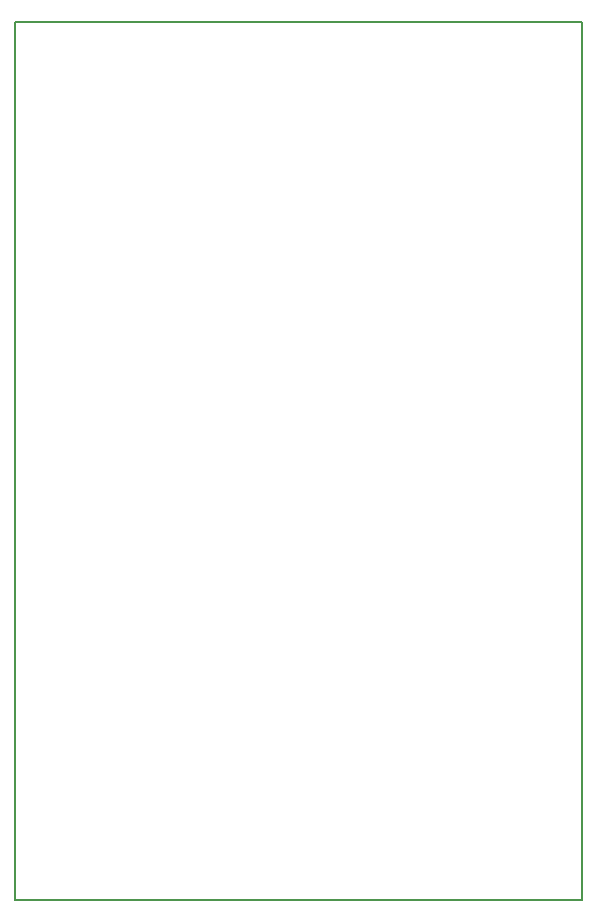
<source format=gbr>
%TF.GenerationSoftware,KiCad,Pcbnew,(6.0.11)*%
%TF.CreationDate,2023-02-23T12:45:07+08:00*%
%TF.ProjectId,nand_programmator,6e616e64-5f70-4726-9f67-72616d6d6174,v3.4*%
%TF.SameCoordinates,Original*%
%TF.FileFunction,Profile,NP*%
%FSLAX46Y46*%
G04 Gerber Fmt 4.6, Leading zero omitted, Abs format (unit mm)*
G04 Created by KiCad (PCBNEW (6.0.11)) date 2023-02-23 12:45:07*
%MOMM*%
%LPD*%
G01*
G04 APERTURE LIST*
%TA.AperFunction,Profile*%
%ADD10C,0.150000*%
%TD*%
G04 APERTURE END LIST*
D10*
X0Y74320000D02*
X48020000Y74320000D01*
X48020000Y74320000D02*
X48020000Y0D01*
X48020000Y0D02*
X0Y0D01*
X0Y0D02*
X0Y74320000D01*
M02*

</source>
